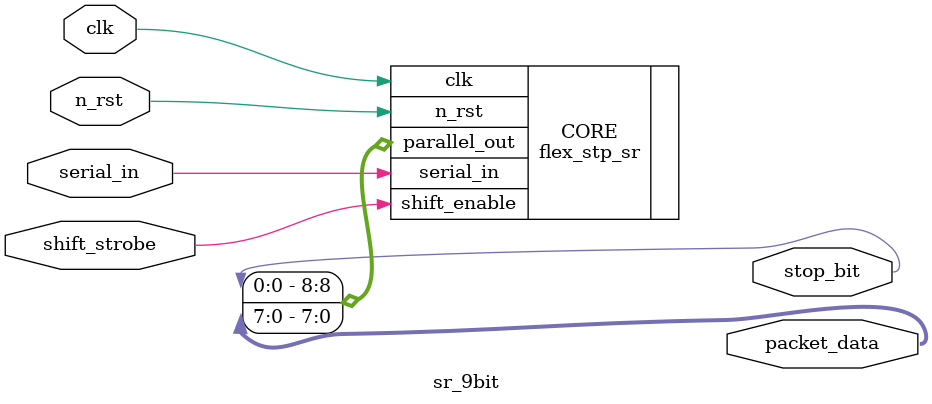
<source format=sv>

`timescale 1ns / 10ps

module sr_9bit
(
  input logic clk,
  input logic n_rst,
  input logic shift_strobe,
  input logic serial_in,
  output logic [7:0] packet_data,
  output logic stop_bit
);

  flex_stp_sr 
  #(
    .NUM_BITS(9), 
    .SHIFT_MSB(0)
  )
  CORE(
  .clk(clk),
  .n_rst(n_rst),
  .serial_in(serial_in),
  .shift_enable(shift_strobe),
  .parallel_out({stop_bit, packet_data})
  );

endmodule
</source>
